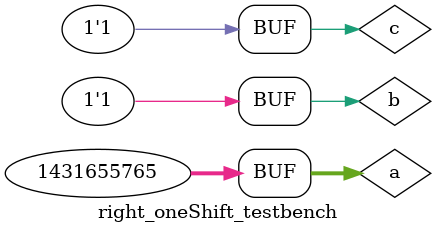
<source format=v>
`define DELAY 20
module right_oneShift_testbench(); 
reg [31:0] 	a;
reg			b,
				c;
wire [31:0] result;

right_one_shift rs (result, a, b);

initial begin
a = 32'b10101010101010101010101010101010; b = 0; c = 0;
#`DELAY;
a = 32'b10101010101010101010101010101010; b = 0; c = 1;
#`DELAY;
a = 32'b10101010101010101010101010101010; b = 1; c = 0;
#`DELAY;
a = 32'b10101010101010101010101010101010; b = 1; c = 1;
#`DELAY;
a = 32'b01010101010101010101010101010101; b = 0; c = 0;
#`DELAY;
a = 32'b01010101010101010101010101010101; b = 0; c = 1;
#`DELAY;
a = 32'b01010101010101010101010101010101; b = 1; c = 0;
#`DELAY;
a = 32'b01010101010101010101010101010101; b = 1; c = 1;
#`DELAY;
end
 
 
initial
begin
$monitor("time = %2d, a =%1b, b=%1b, a/l= %1b, result=%1b", $time, a, b, c, result);
end
 
endmodule
</source>
